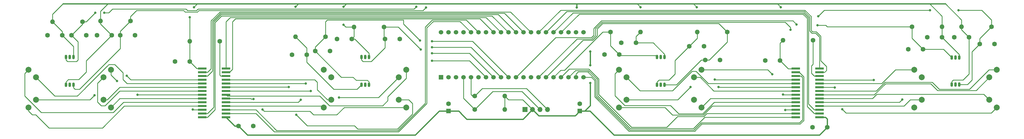
<source format=gbr>
%TF.GenerationSoftware,KiCad,Pcbnew,(5.1.9)-1*%
%TF.CreationDate,2021-03-23T10:31:45+01:00*%
%TF.ProjectId,pcb rev1,70636220-7265-4763-912e-6b696361645f,rev?*%
%TF.SameCoordinates,Original*%
%TF.FileFunction,Copper,L1,Top*%
%TF.FilePolarity,Positive*%
%FSLAX46Y46*%
G04 Gerber Fmt 4.6, Leading zero omitted, Abs format (unit mm)*
G04 Created by KiCad (PCBNEW (5.1.9)-1) date 2021-03-23 10:31:45*
%MOMM*%
%LPD*%
G01*
G04 APERTURE LIST*
%TA.AperFunction,ComponentPad*%
%ADD10C,2.000000*%
%TD*%
%TA.AperFunction,SMDPad,CuDef*%
%ADD11R,3.000000X0.700000*%
%TD*%
%TA.AperFunction,ComponentPad*%
%ADD12C,1.524000*%
%TD*%
%TA.AperFunction,ComponentPad*%
%ADD13R,1.524000X1.524000*%
%TD*%
%TA.AperFunction,ComponentPad*%
%ADD14C,1.600000*%
%TD*%
%TA.AperFunction,ComponentPad*%
%ADD15R,1.600000X1.600000*%
%TD*%
%TA.AperFunction,ComponentPad*%
%ADD16O,0.899160X1.501140*%
%TD*%
%TA.AperFunction,ComponentPad*%
%ADD17O,1.700000X1.700000*%
%TD*%
%TA.AperFunction,ComponentPad*%
%ADD18R,1.700000X1.700000*%
%TD*%
%TA.AperFunction,ComponentPad*%
%ADD19O,1.600000X1.600000*%
%TD*%
%TA.AperFunction,ViaPad*%
%ADD20C,0.800000*%
%TD*%
%TA.AperFunction,Conductor*%
%ADD21C,0.250000*%
%TD*%
%TA.AperFunction,Conductor*%
%ADD22C,0.400000*%
%TD*%
G04 APERTURE END LIST*
D10*
%TO.P,X2.1,1b*%
%TO.N,Net-(U2-Pad8)*%
X281280000Y-128260000D03*
%TO.P,X2.1,2b*%
%TO.N,Net-(U2-Pad9)*%
X281280000Y-140980000D03*
%TO.P,X2.1,3b*%
%TO.N,Net-(U2-Pad11)*%
X253340000Y-140980000D03*
%TO.P,X2.1,4b*%
%TO.N,Net-(U2-Pad10)*%
X253340000Y-128260000D03*
%TO.P,X2.1,2a*%
%TO.N,Net-(U2-Pad6)*%
X278740000Y-138430000D03*
%TO.P,X2.1,1a*%
%TO.N,Net-(U2-Pad7)*%
X278740000Y-130810000D03*
%TO.P,X2.1,3a*%
%TO.N,Net-(U2-Pad4)*%
X255880000Y-138430000D03*
%TO.P,X2.1,4a*%
%TO.N,Net-(U2-Pad5)*%
X255880000Y-130810000D03*
%TD*%
D11*
%TO.P,U1,14*%
%TO.N,Net-(A1-Pad31)*%
X112205000Y-144335000D03*
%TO.P,U1,15*%
%TO.N,/5V*%
X120205000Y-144335000D03*
%TO.P,U1,13*%
%TO.N,Net-(A1-Pad30)*%
X112205000Y-143065000D03*
%TO.P,U1,16*%
%TO.N,Net-(A1-Pad36)*%
X120205000Y-143065000D03*
%TO.P,U1,12*%
%TO.N,/GND*%
X112205000Y-141795000D03*
%TO.P,U1,17*%
%TO.N,Net-(A1-Pad35)*%
X120205000Y-141795000D03*
%TO.P,U1,11*%
%TO.N,Net-(U1-Pad11)*%
X112205000Y-140525000D03*
%TO.P,U1,18*%
%TO.N,Net-(U1-Pad18)*%
X120205000Y-140525000D03*
%TO.P,U1,10*%
%TO.N,Net-(U1-Pad10)*%
X112205000Y-139255000D03*
%TO.P,U1,19*%
%TO.N,Net-(U1-Pad19)*%
X120205000Y-139255000D03*
%TO.P,U1,9*%
%TO.N,Net-(U1-Pad9)*%
X112205000Y-137985000D03*
%TO.P,U1,20*%
%TO.N,Net-(U1-Pad20)*%
X120205000Y-137985000D03*
%TO.P,U1,8*%
%TO.N,Net-(U1-Pad8)*%
X112205000Y-136715000D03*
%TO.P,U1,21*%
%TO.N,Net-(U1-Pad21)*%
X120205000Y-136715000D03*
%TO.P,U1,7*%
%TO.N,Net-(U1-Pad7)*%
X112205000Y-135445000D03*
%TO.P,U1,22*%
%TO.N,Net-(U1-Pad22)*%
X120205000Y-135445000D03*
%TO.P,U1,6*%
%TO.N,Net-(U1-Pad6)*%
X112205000Y-134175000D03*
%TO.P,U1,23*%
%TO.N,Net-(U1-Pad23)*%
X120205000Y-134175000D03*
%TO.P,U1,5*%
%TO.N,Net-(U1-Pad5)*%
X112205000Y-132905000D03*
%TO.P,U1,24*%
%TO.N,Net-(U1-Pad24)*%
X120205000Y-132905000D03*
%TO.P,U1,4*%
%TO.N,Net-(U1-Pad4)*%
X112205000Y-131635000D03*
%TO.P,U1,25*%
%TO.N,Net-(U1-Pad25)*%
X120205000Y-131635000D03*
%TO.P,U1,3*%
%TO.N,Net-(A1-Pad29)*%
X112205000Y-130365000D03*
%TO.P,U1,26*%
%TO.N,Net-(R1.1-Pad1)*%
X120205000Y-130365000D03*
%TO.P,U1,2*%
%TO.N,Net-(A1-Pad28)*%
X112205000Y-129095000D03*
%TO.P,U1,27*%
%TO.N,Net-(A1-Pad33)*%
X120205000Y-129095000D03*
%TO.P,U1,1*%
%TO.N,/5V*%
X112205000Y-127825000D03*
%TO.P,U1,28*%
%TO.N,Net-(A1-Pad32)*%
X120205000Y-127825000D03*
%TD*%
D12*
%TO.P,A1,40*%
%TO.N,Net-(A1-Pad40)*%
X193040000Y-115570000D03*
%TO.P,A1,39*%
%TO.N,Net-(A1-Pad39)*%
X195580000Y-115570000D03*
%TO.P,A1,38*%
%TO.N,Net-(A1-Pad38)*%
X198120000Y-115570000D03*
%TO.P,A1,37*%
%TO.N,Net-(A1-Pad37)*%
X200660000Y-115570000D03*
%TO.P,A1,36*%
%TO.N,Net-(A1-Pad36)*%
X203200000Y-115570000D03*
%TO.P,A1,35*%
%TO.N,Net-(A1-Pad35)*%
X205740000Y-115570000D03*
%TO.P,A1,34*%
%TO.N,Net-(A1-Pad34)*%
X208280000Y-115570000D03*
%TO.P,A1,33*%
%TO.N,Net-(A1-Pad33)*%
X210820000Y-115570000D03*
%TO.P,A1,32*%
%TO.N,Net-(A1-Pad32)*%
X213360000Y-115570000D03*
%TO.P,A1,31*%
%TO.N,Net-(A1-Pad31)*%
X215900000Y-115570000D03*
%TO.P,A1,30*%
%TO.N,Net-(A1-Pad30)*%
X218440000Y-115570000D03*
%TO.P,A1,29*%
%TO.N,Net-(A1-Pad29)*%
X220980000Y-115570000D03*
%TO.P,A1,28*%
%TO.N,Net-(A1-Pad28)*%
X223520000Y-115570000D03*
%TO.P,A1,27*%
%TO.N,Net-(A1-Pad27)*%
X226060000Y-115570000D03*
%TO.P,A1,26*%
%TO.N,Net-(A1-Pad26)*%
X228600000Y-115570000D03*
%TO.P,A1,25*%
%TO.N,Net-(A1-Pad25)*%
X231140000Y-115570000D03*
%TO.P,A1,24*%
%TO.N,Net-(A1-Pad24)*%
X233680000Y-115570000D03*
%TO.P,A1,23*%
%TO.N,Net-(A1-Pad23)*%
X236220000Y-115570000D03*
%TO.P,A1,22*%
%TO.N,Net-(A1-Pad22)*%
X238760000Y-115570000D03*
%TO.P,A1,21*%
%TO.N,/5V*%
X241300000Y-115570000D03*
%TO.P,A1,20*%
%TO.N,Net-(A1-Pad20)*%
X241300000Y-130810000D03*
%TO.P,A1,19*%
%TO.N,Net-(A1-Pad19)*%
X238760000Y-130810000D03*
%TO.P,A1,18*%
%TO.N,Net-(A1-Pad18)*%
X236220000Y-130810000D03*
%TO.P,A1,17*%
%TO.N,Net-(A1-Pad17)*%
X233680000Y-130810000D03*
%TO.P,A1,16*%
%TO.N,Net-(A1-Pad16)*%
X231140000Y-130810000D03*
%TO.P,A1,15*%
%TO.N,Net-(A1-Pad15)*%
X228600000Y-130810000D03*
%TO.P,A1,14*%
%TO.N,Net-(A1-Pad14)*%
X226060000Y-130810000D03*
%TO.P,A1,13*%
%TO.N,Net-(A1-Pad13)*%
X223520000Y-130810000D03*
%TO.P,A1,12*%
%TO.N,Net-(A1-Pad12)*%
X220980000Y-130810000D03*
%TO.P,A1,11*%
%TO.N,Net-(A1-Pad11)*%
X218440000Y-130810000D03*
%TO.P,A1,10*%
%TO.N,Net-(A1-Pad10)*%
X215900000Y-130810000D03*
%TO.P,A1,9*%
%TO.N,Net-(A1-Pad9)*%
X213360000Y-130810000D03*
%TO.P,A1,8*%
%TO.N,Net-(A1-Pad8)*%
X210820000Y-130810000D03*
%TO.P,A1,7*%
%TO.N,Net-(A1-Pad7)*%
X208280000Y-130810000D03*
%TO.P,A1,6*%
%TO.N,Net-(A1-Pad6)*%
X205740000Y-130810000D03*
%TO.P,A1,5*%
%TO.N,Net-(A1-Pad5)*%
X203200000Y-130810000D03*
%TO.P,A1,4*%
%TO.N,Net-(A1-Pad4)*%
X200660000Y-130810000D03*
%TO.P,A1,3*%
%TO.N,Net-(A1-Pad3)*%
X198120000Y-130810000D03*
%TO.P,A1,2*%
%TO.N,/GND*%
X195580000Y-130810000D03*
D13*
%TO.P,A1,1*%
%TO.N,Net-(A1-Pad1)*%
X193040000Y-130810000D03*
%TD*%
D14*
%TO.P,C1.8,2*%
%TO.N,/GND*%
X142574000Y-123190000D03*
%TO.P,C1.8,1*%
%TO.N,/5V*%
X147574000Y-123190000D03*
%TD*%
%TO.P,C1.2,2*%
%TO.N,/GND*%
X129460000Y-147320000D03*
%TO.P,C1.2,1*%
%TO.N,/5V*%
X124460000Y-147320000D03*
%TD*%
%TO.P,C1.7,2*%
%TO.N,Net-(A1-Pad9)*%
X67898000Y-116586000D03*
%TO.P,C1.7,1*%
%TO.N,/GND*%
X72898000Y-116586000D03*
%TD*%
%TO.P,C1.9,2*%
%TO.N,Net-(A1-Pad8)*%
X150448000Y-121920000D03*
%TO.P,C1.9,1*%
%TO.N,/GND*%
X155448000Y-121920000D03*
%TD*%
%TO.P,C1.1,2*%
%TO.N,/GND*%
X195580000Y-139740000D03*
D15*
%TO.P,C1.1,1*%
%TO.N,/5V*%
X195580000Y-142240000D03*
%TD*%
D14*
%TO.P,C1.10,2*%
%TO.N,/GND*%
X157814000Y-117856000D03*
%TO.P,C1.10,1*%
%TO.N,/5V*%
X162814000Y-117856000D03*
%TD*%
%TO.P,C1.11,2*%
%TO.N,Net-(A1-Pad7)*%
X174070000Y-117856000D03*
%TO.P,C1.11,1*%
%TO.N,/GND*%
X179070000Y-117856000D03*
%TD*%
%TO.P,C1.4,2*%
%TO.N,/GND*%
X76534000Y-116586000D03*
%TO.P,C1.4,1*%
%TO.N,/5V*%
X81534000Y-116586000D03*
%TD*%
%TO.P,C1.5,2*%
%TO.N,Net-(A1-Pad10)*%
X84408000Y-116586000D03*
%TO.P,C1.5,1*%
%TO.N,/GND*%
X89408000Y-116586000D03*
%TD*%
%TO.P,C1.6,2*%
%TO.N,/GND*%
X59770000Y-116586000D03*
%TO.P,C1.6,1*%
%TO.N,/5V*%
X64770000Y-116586000D03*
%TD*%
%TO.P,C1.3,2*%
%TO.N,/GND*%
X102950000Y-125476000D03*
%TO.P,C1.3,1*%
%TO.N,/5V*%
X107950000Y-125476000D03*
%TD*%
%TO.P,C2.1,2*%
%TO.N,/GND*%
X240030000Y-139740000D03*
D15*
%TO.P,C2.1,1*%
%TO.N,/5V*%
X240030000Y-142240000D03*
%TD*%
D14*
%TO.P,C2.9,2*%
%TO.N,Net-(A1-Pad11)*%
X375492000Y-119507000D03*
%TO.P,C2.9,1*%
%TO.N,/GND*%
X380492000Y-119507000D03*
%TD*%
%TO.P,C2.7,2*%
%TO.N,Net-(A1-Pad16)*%
X253412000Y-123063000D03*
%TO.P,C2.7,1*%
%TO.N,/GND*%
X248412000Y-123063000D03*
%TD*%
%TO.P,C2.6,2*%
%TO.N,/GND*%
X254080000Y-119126000D03*
%TO.P,C2.6,1*%
%TO.N,/5V*%
X259080000Y-119126000D03*
%TD*%
%TO.P,C2.10,2*%
%TO.N,/GND*%
X357712000Y-117221000D03*
%TO.P,C2.10,1*%
%TO.N,/5V*%
X362712000Y-117221000D03*
%TD*%
%TO.P,C2.11,2*%
%TO.N,Net-(A1-Pad14)*%
X356282000Y-121285000D03*
%TO.P,C2.11,1*%
%TO.N,/GND*%
X351282000Y-121285000D03*
%TD*%
%TO.P,C2.4,2*%
%TO.N,/GND*%
X282114000Y-120269000D03*
%TO.P,C2.4,1*%
%TO.N,/5V*%
X277114000Y-120269000D03*
%TD*%
%TO.P,C2.3,2*%
%TO.N,/GND*%
X302848000Y-125095000D03*
%TO.P,C2.3,1*%
%TO.N,/5V*%
X307848000Y-125095000D03*
%TD*%
%TO.P,C2.2,2*%
%TO.N,/GND*%
X318850000Y-147701000D03*
%TO.P,C2.2,1*%
%TO.N,/5V*%
X323850000Y-147701000D03*
%TD*%
%TO.P,C2.8,2*%
%TO.N,/GND*%
X366856000Y-117221000D03*
%TO.P,C2.8,1*%
%TO.N,/5V*%
X371856000Y-117221000D03*
%TD*%
%TO.P,C12.5,2*%
%TO.N,Net-(A1-Pad15)*%
X282528000Y-124968000D03*
%TO.P,C12.5,1*%
%TO.N,/GND*%
X287528000Y-124968000D03*
%TD*%
D16*
%TO.P,H1.1L1,1*%
%TO.N,/5V*%
X68580000Y-123952000D03*
%TO.P,H1.1L1,3*%
%TO.N,Net-(A1-Pad9)*%
X66040000Y-123952000D03*
%TO.P,H1.1L1,2*%
%TO.N,/GND*%
X67310000Y-123952000D03*
%TD*%
%TO.P,H1.1U1,1*%
%TO.N,/5V*%
X66040000Y-133350000D03*
%TO.P,H1.1U1,3*%
%TO.N,Net-(A1-Pad10)*%
X68580000Y-133350000D03*
%TO.P,H1.1U1,2*%
%TO.N,/GND*%
X67310000Y-133350000D03*
%TD*%
%TO.P,H1.2L1,1*%
%TO.N,/5V*%
X168656000Y-123952000D03*
%TO.P,H1.2L1,3*%
%TO.N,Net-(A1-Pad7)*%
X166116000Y-123952000D03*
%TO.P,H1.2L1,2*%
%TO.N,/GND*%
X167386000Y-123952000D03*
%TD*%
%TO.P,H1.2U1,1*%
%TO.N,/5V*%
X166116000Y-133350000D03*
%TO.P,H1.2U1,3*%
%TO.N,Net-(A1-Pad8)*%
X168656000Y-133350000D03*
%TO.P,H1.2U1,2*%
%TO.N,/GND*%
X167386000Y-133350000D03*
%TD*%
%TO.P,H2.2U2,1*%
%TO.N,/5V*%
X366014000Y-133223000D03*
%TO.P,H2.2U2,3*%
%TO.N,Net-(A1-Pad11)*%
X368554000Y-133223000D03*
%TO.P,H2.2U2,2*%
%TO.N,/GND*%
X367284000Y-133223000D03*
%TD*%
%TO.P,H2.1L1,1*%
%TO.N,/5V*%
X268732000Y-123952000D03*
%TO.P,H2.1L1,3*%
%TO.N,Net-(A1-Pad16)*%
X266192000Y-123952000D03*
%TO.P,H2.1L1,2*%
%TO.N,/GND*%
X267462000Y-123952000D03*
%TD*%
%TO.P,H2.1U1,1*%
%TO.N,/5V*%
X266192000Y-133350000D03*
%TO.P,H2.1U1,3*%
%TO.N,Net-(A1-Pad15)*%
X268732000Y-133350000D03*
%TO.P,H2.1U1,2*%
%TO.N,/GND*%
X267462000Y-133350000D03*
%TD*%
%TO.P,H2.2L1,1*%
%TO.N,/5V*%
X368554000Y-124079000D03*
%TO.P,H2.2L1,3*%
%TO.N,Net-(A1-Pad14)*%
X366014000Y-124079000D03*
%TO.P,H2.2L1,2*%
%TO.N,/GND*%
X367284000Y-124079000D03*
%TD*%
D17*
%TO.P,J1,4*%
%TO.N,Net-(A1-Pad5)*%
X229108000Y-141732000D03*
%TO.P,J1,3*%
%TO.N,Net-(A1-Pad4)*%
X226568000Y-141732000D03*
%TO.P,J1,2*%
%TO.N,/5V*%
X224028000Y-141732000D03*
D18*
%TO.P,J1,1*%
%TO.N,/GND*%
X221488000Y-141732000D03*
%TD*%
D19*
%TO.P,R1.3,2*%
%TO.N,/5V*%
X61468000Y-112014000D03*
D14*
%TO.P,R1.3,1*%
%TO.N,Net-(A1-Pad9)*%
X71628000Y-112014000D03*
%TD*%
D19*
%TO.P,R1.1,2*%
%TO.N,/5V*%
X107950000Y-118618000D03*
D14*
%TO.P,R1.1,1*%
%TO.N,Net-(R1.1-Pad1)*%
X118110000Y-118618000D03*
%TD*%
D19*
%TO.P,R1,2*%
%TO.N,/5V*%
X214630000Y-141732000D03*
D14*
%TO.P,R1,1*%
%TO.N,Net-(A1-Pad4)*%
X204470000Y-141732000D03*
%TD*%
D19*
%TO.P,R1.2,2*%
%TO.N,/5V*%
X77724000Y-111760000D03*
D14*
%TO.P,R1.2,1*%
%TO.N,Net-(A1-Pad10)*%
X87884000Y-111760000D03*
%TD*%
D19*
%TO.P,R1.4,2*%
%TO.N,/5V*%
X143764000Y-117094000D03*
D14*
%TO.P,R1.4,1*%
%TO.N,Net-(A1-Pad8)*%
X153924000Y-117094000D03*
%TD*%
D19*
%TO.P,R1.5,2*%
%TO.N,/5V*%
X163576000Y-113792000D03*
D14*
%TO.P,R1.5,1*%
%TO.N,Net-(A1-Pad7)*%
X173736000Y-113792000D03*
%TD*%
D19*
%TO.P,R2.1,2*%
%TO.N,/5V*%
X308864000Y-118237000D03*
D14*
%TO.P,R2.1,1*%
%TO.N,Net-(R2.1-Pad1)*%
X319024000Y-118237000D03*
%TD*%
D19*
%TO.P,R2,2*%
%TO.N,/5V*%
X214630000Y-137160000D03*
D14*
%TO.P,R2,1*%
%TO.N,Net-(A1-Pad5)*%
X204470000Y-137160000D03*
%TD*%
D19*
%TO.P,R2.5,2*%
%TO.N,/5V*%
X362712000Y-113665000D03*
D14*
%TO.P,R2.5,1*%
%TO.N,Net-(A1-Pad14)*%
X352552000Y-113665000D03*
%TD*%
D19*
%TO.P,R2.2,2*%
%TO.N,/5V*%
X279781000Y-115443000D03*
D14*
%TO.P,R2.2,1*%
%TO.N,Net-(A1-Pad15)*%
X289941000Y-115443000D03*
%TD*%
D19*
%TO.P,R2.4,2*%
%TO.N,/5V*%
X369316000Y-113665000D03*
D14*
%TO.P,R2.4,1*%
%TO.N,Net-(A1-Pad11)*%
X379476000Y-113665000D03*
%TD*%
D19*
%TO.P,R2.3,2*%
%TO.N,/5V*%
X260604000Y-115443000D03*
D14*
%TO.P,R2.3,1*%
%TO.N,Net-(A1-Pad16)*%
X250444000Y-115443000D03*
%TD*%
D11*
%TO.P,U2,14*%
%TO.N,Net-(A1-Pad18)*%
X313205000Y-144335000D03*
%TO.P,U2,15*%
%TO.N,/5V*%
X321205000Y-144335000D03*
%TO.P,U2,13*%
%TO.N,Net-(A1-Pad17)*%
X313205000Y-143065000D03*
%TO.P,U2,16*%
%TO.N,Net-(A1-Pad24)*%
X321205000Y-143065000D03*
%TO.P,U2,12*%
%TO.N,/GND*%
X313205000Y-141795000D03*
%TO.P,U2,17*%
%TO.N,Net-(A1-Pad25)*%
X321205000Y-141795000D03*
%TO.P,U2,11*%
%TO.N,Net-(U2-Pad11)*%
X313205000Y-140525000D03*
%TO.P,U2,18*%
%TO.N,Net-(U2-Pad18)*%
X321205000Y-140525000D03*
%TO.P,U2,10*%
%TO.N,Net-(U2-Pad10)*%
X313205000Y-139255000D03*
%TO.P,U2,19*%
%TO.N,Net-(U2-Pad19)*%
X321205000Y-139255000D03*
%TO.P,U2,9*%
%TO.N,Net-(U2-Pad9)*%
X313205000Y-137985000D03*
%TO.P,U2,20*%
%TO.N,Net-(U2-Pad20)*%
X321205000Y-137985000D03*
%TO.P,U2,8*%
%TO.N,Net-(U2-Pad8)*%
X313205000Y-136715000D03*
%TO.P,U2,21*%
%TO.N,Net-(U2-Pad21)*%
X321205000Y-136715000D03*
%TO.P,U2,7*%
%TO.N,Net-(U2-Pad7)*%
X313205000Y-135445000D03*
%TO.P,U2,22*%
%TO.N,Net-(U2-Pad22)*%
X321205000Y-135445000D03*
%TO.P,U2,6*%
%TO.N,Net-(U2-Pad6)*%
X313205000Y-134175000D03*
%TO.P,U2,23*%
%TO.N,Net-(U2-Pad23)*%
X321205000Y-134175000D03*
%TO.P,U2,5*%
%TO.N,Net-(U2-Pad5)*%
X313205000Y-132905000D03*
%TO.P,U2,24*%
%TO.N,Net-(U2-Pad24)*%
X321205000Y-132905000D03*
%TO.P,U2,4*%
%TO.N,Net-(U2-Pad4)*%
X313205000Y-131635000D03*
%TO.P,U2,25*%
%TO.N,Net-(U2-Pad25)*%
X321205000Y-131635000D03*
%TO.P,U2,3*%
%TO.N,Net-(A1-Pad19)*%
X313205000Y-130365000D03*
%TO.P,U2,26*%
%TO.N,Net-(R2.1-Pad1)*%
X321205000Y-130365000D03*
%TO.P,U2,2*%
%TO.N,Net-(A1-Pad20)*%
X313205000Y-129095000D03*
%TO.P,U2,27*%
%TO.N,Net-(A1-Pad27)*%
X321205000Y-129095000D03*
%TO.P,U2,1*%
%TO.N,/5V*%
X313205000Y-127825000D03*
%TO.P,U2,28*%
%TO.N,Net-(A1-Pad26)*%
X321205000Y-127825000D03*
%TD*%
D10*
%TO.P,X1.1,1b*%
%TO.N,Net-(U1-Pad8)*%
X81280000Y-128260000D03*
%TO.P,X1.1,2b*%
%TO.N,Net-(U1-Pad9)*%
X81280000Y-140980000D03*
%TO.P,X1.1,3b*%
%TO.N,Net-(U1-Pad11)*%
X53340000Y-140980000D03*
%TO.P,X1.1,4b*%
%TO.N,Net-(U1-Pad10)*%
X53340000Y-128260000D03*
%TO.P,X1.1,2a*%
%TO.N,Net-(U1-Pad6)*%
X78740000Y-138430000D03*
%TO.P,X1.1,1a*%
%TO.N,Net-(U1-Pad7)*%
X78740000Y-130810000D03*
%TO.P,X1.1,3a*%
%TO.N,Net-(U1-Pad4)*%
X55880000Y-138430000D03*
%TO.P,X1.1,4a*%
%TO.N,Net-(U1-Pad5)*%
X55880000Y-130810000D03*
%TD*%
%TO.P,X1.2,1b*%
%TO.N,Net-(U1-Pad21)*%
X181280000Y-128260000D03*
%TO.P,X1.2,2b*%
%TO.N,Net-(U1-Pad20)*%
X181280000Y-140980000D03*
%TO.P,X1.2,3b*%
%TO.N,Net-(U1-Pad18)*%
X153340000Y-140980000D03*
%TO.P,X1.2,4b*%
%TO.N,Net-(U1-Pad19)*%
X153340000Y-128260000D03*
%TO.P,X1.2,2a*%
%TO.N,Net-(U1-Pad23)*%
X178740000Y-138430000D03*
%TO.P,X1.2,1a*%
%TO.N,Net-(U1-Pad22)*%
X178740000Y-130810000D03*
%TO.P,X1.2,3a*%
%TO.N,Net-(U1-Pad25)*%
X155880000Y-138430000D03*
%TO.P,X1.2,4a*%
%TO.N,Net-(U1-Pad24)*%
X155880000Y-130810000D03*
%TD*%
%TO.P,X2.2,1b*%
%TO.N,Net-(U2-Pad22)*%
X381280000Y-128260000D03*
%TO.P,X2.2,2b*%
%TO.N,Net-(U2-Pad23)*%
X381280000Y-140980000D03*
%TO.P,X2.2,3b*%
%TO.N,Net-(U2-Pad25)*%
X353340000Y-140980000D03*
%TO.P,X2.2,4b*%
%TO.N,Net-(U2-Pad24)*%
X353340000Y-128260000D03*
%TO.P,X2.2,2a*%
%TO.N,Net-(U2-Pad20)*%
X378740000Y-138430000D03*
%TO.P,X2.2,1a*%
%TO.N,Net-(U2-Pad21)*%
X378740000Y-130810000D03*
%TO.P,X2.2,3a*%
%TO.N,Net-(U2-Pad18)*%
X355880000Y-138430000D03*
%TO.P,X2.2,4a*%
%TO.N,Net-(U2-Pad19)*%
X355880000Y-130810000D03*
%TD*%
D20*
%TO.N,Net-(A1-Pad7)*%
X186182000Y-121412000D03*
X189992000Y-125222000D03*
%TO.N,Net-(A1-Pad8)*%
X185928000Y-118364000D03*
X189992000Y-122682000D03*
%TO.N,Net-(A1-Pad9)*%
X184658000Y-106934000D03*
X75946000Y-108966000D03*
X78994000Y-108966000D03*
X189992000Y-120650000D03*
%TO.N,Net-(A1-Pad10)*%
X187960000Y-107188000D03*
X189992000Y-118618000D03*
%TO.N,Net-(A1-Pad11)*%
X368300000Y-108077000D03*
X358648000Y-108077000D03*
X320802000Y-110109000D03*
X313436000Y-112903000D03*
%TO.N,Net-(A1-Pad14)*%
X320548000Y-113157000D03*
X311404000Y-114681000D03*
%TO.N,Net-(U1-Pad19)*%
X145542000Y-138430000D03*
%TO.N,Net-(U1-Pad20)*%
X129540000Y-138176000D03*
X132588000Y-141732000D03*
%TO.N,Net-(U1-Pad8)*%
X83312000Y-132080000D03*
X90233000Y-136715000D03*
%TO.N,Net-(U1-Pad22)*%
X158496000Y-137668000D03*
X148907000Y-135445000D03*
%TO.N,Net-(U1-Pad23)*%
X141478000Y-134112000D03*
X144018000Y-143510000D03*
%TO.N,Net-(U1-Pad24)*%
X147257000Y-132905000D03*
%TO.N,Net-(U1-Pad4)*%
X86614000Y-130302000D03*
X75692000Y-136906000D03*
%TO.N,Net-(U2-Pad25)*%
X339598000Y-131699000D03*
%TO.N,Net-(U2-Pad4)*%
X285750000Y-131572000D03*
X277495000Y-134112000D03*
%TO.N,Net-(U2-Pad23)*%
X326390000Y-134239000D03*
X328930000Y-141605000D03*
%TO.N,Net-(U2-Pad6)*%
X287020000Y-134112000D03*
%TO.N,Net-(U2-Pad8)*%
X308864000Y-136652000D03*
X305181000Y-129794000D03*
%TO.N,Net-(U2-Pad19)*%
X349250000Y-138303000D03*
%TO.N,/GND*%
X108966000Y-141732000D03*
X309626000Y-141859000D03*
%TO.N,/5V*%
X107950000Y-110490000D03*
X109347000Y-107061000D03*
X160020000Y-113030000D03*
X143764000Y-106934000D03*
X160020000Y-106934000D03*
X239014000Y-107188000D03*
X243586000Y-132715000D03*
X260604000Y-107061000D03*
X279654000Y-107061000D03*
X308102000Y-107061000D03*
X243586000Y-126746000D03*
X243586000Y-122047000D03*
%TD*%
D21*
%TO.N,Net-(A1-Pad4)*%
X226568000Y-141732000D02*
X220472000Y-135636000D01*
X210566000Y-135636000D02*
X204470000Y-141732000D01*
X220472000Y-135636000D02*
X210566000Y-135636000D01*
X200660000Y-137922000D02*
X200660000Y-130810000D01*
X204470000Y-141732000D02*
X200660000Y-137922000D01*
%TO.N,Net-(A1-Pad5)*%
X229108000Y-141732000D02*
X221996000Y-134620000D01*
X207010000Y-134620000D02*
X204470000Y-137160000D01*
X221996000Y-134620000D02*
X207010000Y-134620000D01*
X204470000Y-137160000D02*
X203708000Y-137160000D01*
X203200000Y-136652000D02*
X203200000Y-130810000D01*
X203708000Y-137160000D02*
X203200000Y-136652000D01*
%TO.N,Net-(A1-Pad7)*%
X173736000Y-117522000D02*
X174070000Y-117856000D01*
X173736000Y-113792000D02*
X173736000Y-117522000D01*
X173736000Y-113792000D02*
X178562000Y-113792000D01*
X178562000Y-113792000D02*
X186182000Y-121412000D01*
X202692000Y-125222000D02*
X208280000Y-130810000D01*
X189992000Y-125222000D02*
X202692000Y-125222000D01*
X174070000Y-120824000D02*
X174070000Y-117856000D01*
X169425715Y-125468285D02*
X174070000Y-120824000D01*
X166631715Y-125468285D02*
X169425715Y-125468285D01*
X166116000Y-124952570D02*
X166631715Y-125468285D01*
X166116000Y-123952000D02*
X166116000Y-124952570D01*
%TO.N,Net-(A1-Pad8)*%
X153924000Y-117094000D02*
X153924000Y-113030000D01*
X153924000Y-113030000D02*
X153924000Y-112268000D01*
X154525940Y-111412060D02*
X154586420Y-111412060D01*
X153924000Y-112014000D02*
X154525940Y-111412060D01*
X153924000Y-112268000D02*
X153924000Y-112014000D01*
X154586420Y-111412060D02*
X180340000Y-111412060D01*
X150448000Y-120570000D02*
X153924000Y-117094000D01*
X150448000Y-121920000D02*
X150448000Y-120570000D01*
X180340000Y-111412060D02*
X180340000Y-112776000D01*
X180340000Y-112776000D02*
X185928000Y-118364000D01*
X185928000Y-118364000D02*
X185928000Y-118364000D01*
X202692000Y-122682000D02*
X210820000Y-130810000D01*
X189992000Y-122682000D02*
X202692000Y-122682000D01*
X163253501Y-130741501D02*
X164338000Y-131826000D01*
X168656000Y-132349430D02*
X168656000Y-133350000D01*
X168132570Y-131826000D02*
X168656000Y-132349430D01*
X164338000Y-131826000D02*
X168132570Y-131826000D01*
X150448000Y-121920000D02*
X159269501Y-130741501D01*
X159443501Y-130741501D02*
X163253501Y-130741501D01*
X159269501Y-130741501D02*
X159443501Y-130741501D01*
%TO.N,Net-(A1-Pad9)*%
X71628000Y-112856000D02*
X71628000Y-112014000D01*
X67898000Y-116586000D02*
X71628000Y-112856000D01*
X72898000Y-112014000D02*
X75946000Y-108966000D01*
X71628000Y-112014000D02*
X72898000Y-112014000D01*
X110744000Y-107696000D02*
X183896000Y-107696000D01*
X183896000Y-107696000D02*
X184658000Y-106934000D01*
X110236000Y-108204000D02*
X110744000Y-107696000D01*
X106680000Y-107696000D02*
X107188000Y-108204000D01*
X81788000Y-107696000D02*
X106680000Y-107696000D01*
X80518000Y-108966000D02*
X81788000Y-107696000D01*
X107188000Y-108204000D02*
X110236000Y-108204000D01*
X78994000Y-108966000D02*
X80518000Y-108966000D01*
X203200000Y-120650000D02*
X213360000Y-130810000D01*
X189992000Y-120650000D02*
X203200000Y-120650000D01*
X67898000Y-116586000D02*
X70104000Y-118792000D01*
X70104000Y-118792000D02*
X70104000Y-124968000D01*
X70104000Y-124968000D02*
X69596000Y-125476000D01*
X69596000Y-125476000D02*
X66548000Y-125476000D01*
X66548000Y-125476000D02*
X66040000Y-124968000D01*
X66040000Y-124968000D02*
X66040000Y-123952000D01*
%TO.N,Net-(A1-Pad10)*%
X84408000Y-115236000D02*
X87884000Y-111760000D01*
X84408000Y-116586000D02*
X84408000Y-115236000D01*
X87884000Y-111760000D02*
X87884000Y-110236000D01*
X87884000Y-110236000D02*
X89916000Y-108204000D01*
X89916000Y-108204000D02*
X105918000Y-108204000D01*
X106368010Y-108654010D02*
X110547990Y-108654010D01*
X105918000Y-108204000D02*
X106368010Y-108654010D01*
X110547990Y-108654010D02*
X110998000Y-108204000D01*
X110998000Y-108204000D02*
X181610000Y-108204000D01*
X181610000Y-108204000D02*
X186944000Y-108204000D01*
X186944000Y-108204000D02*
X187960000Y-107188000D01*
X187960000Y-107188000D02*
X187960000Y-107188000D01*
X203708000Y-118618000D02*
X215900000Y-130810000D01*
X189992000Y-118618000D02*
X203708000Y-118618000D01*
X68580000Y-134366000D02*
X68580000Y-133350000D01*
X69088000Y-134874000D02*
X68580000Y-134366000D01*
X84408000Y-121078000D02*
X70612000Y-134874000D01*
X70612000Y-134874000D02*
X69088000Y-134874000D01*
X84408000Y-116586000D02*
X84408000Y-121078000D01*
%TO.N,Net-(A1-Pad15)*%
X282528000Y-124968000D02*
X281178000Y-124968000D01*
X272796000Y-133350000D02*
X268732000Y-133350000D01*
X281178000Y-124968000D02*
X272796000Y-133350000D01*
X282528000Y-124968000D02*
X283845000Y-124968000D01*
X289941000Y-118872000D02*
X289941000Y-115443000D01*
X283845000Y-124968000D02*
X289941000Y-118872000D01*
X289941000Y-115443000D02*
X287089010Y-112591010D01*
X287089010Y-112591010D02*
X247710810Y-112591010D01*
X247710810Y-112591010D02*
X245936910Y-114364910D01*
%TO.N,Net-(A1-Pad16)*%
X265684000Y-123444000D02*
X266192000Y-123952000D01*
X253793000Y-123444000D02*
X253412000Y-123063000D01*
X265684000Y-123444000D02*
X253793000Y-123444000D01*
X253412000Y-123063000D02*
X250444000Y-120095000D01*
X250444000Y-120095000D02*
X250444000Y-115443000D01*
%TO.N,Net-(A1-Pad11)*%
X375492000Y-117649000D02*
X379476000Y-113665000D01*
X375492000Y-119507000D02*
X375492000Y-117649000D01*
X375492000Y-119507000D02*
X372872000Y-122127000D01*
X372872000Y-122127000D02*
X372872000Y-131699000D01*
X371348000Y-133223000D02*
X368554000Y-133223000D01*
X372872000Y-131699000D02*
X371348000Y-133223000D01*
X379476000Y-113665000D02*
X379476000Y-111379000D01*
X379476000Y-111379000D02*
X376174000Y-108077000D01*
X376174000Y-108077000D02*
X368300000Y-108077000D01*
X358648000Y-108077000D02*
X353060000Y-108077000D01*
X353060000Y-108077000D02*
X322834000Y-108077000D01*
X322834000Y-108077000D02*
X320802000Y-110109000D01*
X231902000Y-117348000D02*
X218440000Y-130810000D01*
X247351920Y-111677080D02*
X244729000Y-114300000D01*
X312210080Y-111677080D02*
X247351920Y-111677080D01*
X313436000Y-112903000D02*
X312210080Y-111677080D01*
X243967000Y-117348000D02*
X244729000Y-116586000D01*
X244729000Y-114300000D02*
X244729000Y-116586000D01*
X243967000Y-117348000D02*
X231902000Y-117348000D01*
%TO.N,Net-(A1-Pad14)*%
X356282000Y-121285000D02*
X352552000Y-117555000D01*
X352552000Y-117555000D02*
X352552000Y-113665000D01*
X363220000Y-121285000D02*
X366014000Y-124079000D01*
X356282000Y-121285000D02*
X363220000Y-121285000D01*
X323342000Y-113157000D02*
X320548000Y-113157000D01*
X323850000Y-113665000D02*
X323342000Y-113157000D01*
X352552000Y-113665000D02*
X323850000Y-113665000D01*
X239071990Y-117798010D02*
X226060000Y-130810000D01*
X244153400Y-117798010D02*
X239071990Y-117798010D01*
X245364705Y-116586705D02*
X244153400Y-117798010D01*
X245364705Y-114300705D02*
X245364705Y-116586705D01*
X247524410Y-112141000D02*
X245364705Y-114300705D01*
X309626000Y-112141000D02*
X247524410Y-112141000D01*
X311404000Y-113919000D02*
X309626000Y-112141000D01*
X311404000Y-114681000D02*
X311404000Y-113919000D01*
%TO.N,Net-(A1-Pad15)*%
X245936910Y-116650910D02*
X244339800Y-118248020D01*
X245936910Y-114364910D02*
X245936910Y-116650910D01*
X241161980Y-118248020D02*
X228600000Y-130810000D01*
X244339800Y-118248020D02*
X241161980Y-118248020D01*
%TO.N,Net-(A1-Pad16)*%
X233553000Y-128397000D02*
X231140000Y-130810000D01*
X234827230Y-128397000D02*
X233553000Y-128397000D01*
X247781230Y-115443000D02*
X234827230Y-128397000D01*
X250444000Y-115443000D02*
X247781230Y-115443000D01*
%TO.N,Net-(A1-Pad17)*%
X283021410Y-143065000D02*
X313205000Y-143065000D01*
X273165980Y-144029020D02*
X282057390Y-144029020D01*
X269494000Y-147701000D02*
X273165980Y-144029020D01*
X282057390Y-144029020D02*
X283021410Y-143065000D01*
X257556000Y-147701000D02*
X269494000Y-147701000D01*
X246460028Y-136605028D02*
X257556000Y-147701000D01*
X246460027Y-131393797D02*
X246460028Y-136605028D01*
X243071210Y-128004980D02*
X246460027Y-131393797D01*
X236485020Y-128004980D02*
X243071210Y-128004980D01*
X233680000Y-130810000D02*
X236485020Y-128004980D01*
%TO.N,Net-(A1-Pad18)*%
X238575010Y-128454990D02*
X236220000Y-130810000D01*
X242884810Y-128454990D02*
X238575010Y-128454990D01*
X246010018Y-131580198D02*
X242884810Y-128454990D01*
X246010018Y-137045426D02*
X246010018Y-131580198D01*
X257115599Y-148151009D02*
X246010018Y-137045426D01*
X282387820Y-144335000D02*
X278571811Y-148151009D01*
X278571811Y-148151009D02*
X257115599Y-148151009D01*
X313205000Y-144335000D02*
X282387820Y-144335000D01*
%TO.N,Net-(A1-Pad19)*%
X242698410Y-128905000D02*
X239522000Y-128905000D01*
X245560010Y-137231828D02*
X245560009Y-131766599D01*
X256929198Y-148601018D02*
X245560010Y-137231828D01*
X278758211Y-148601019D02*
X256929198Y-148601018D01*
X281182230Y-146177000D02*
X278758211Y-148601019D01*
X314452000Y-146177000D02*
X281182230Y-146177000D01*
X315468000Y-145161000D02*
X314452000Y-146177000D01*
X315468000Y-130878000D02*
X315468000Y-145161000D01*
X239522000Y-128905000D02*
X238760000Y-129667000D01*
X314955000Y-130365000D02*
X315468000Y-130878000D01*
X238760000Y-129667000D02*
X238760000Y-130810000D01*
X245560009Y-131766599D02*
X242698410Y-128905000D01*
X313205000Y-130365000D02*
X314955000Y-130365000D01*
%TO.N,Net-(A1-Pad20)*%
X245110000Y-137418228D02*
X245110000Y-131953000D01*
X256742797Y-149051027D02*
X245110000Y-137418228D01*
X278944613Y-149051027D02*
X256742797Y-149051027D01*
X243967000Y-130810000D02*
X241300000Y-130810000D01*
X245110000Y-131953000D02*
X243967000Y-130810000D01*
X314638400Y-146627010D02*
X281368630Y-146627010D01*
X315792420Y-145472990D02*
X314638400Y-146627010D01*
X315918010Y-145472990D02*
X315792420Y-145472990D01*
X315918010Y-130643008D02*
X315918010Y-145472990D01*
X281368630Y-146627010D02*
X278944613Y-149051027D01*
X314370002Y-129095000D02*
X315918010Y-130643008D01*
X313205000Y-129095000D02*
X314370002Y-129095000D01*
%TO.N,Net-(A1-Pad24)*%
X239822970Y-109427030D02*
X233680000Y-115570000D01*
X315673620Y-109427030D02*
X239822970Y-109427030D01*
X317049990Y-110803400D02*
X315673620Y-109427030D01*
X319455000Y-143065000D02*
X317049990Y-140659990D01*
X317049990Y-140659990D02*
X317049990Y-110803400D01*
X321205000Y-143065000D02*
X319455000Y-143065000D01*
%TO.N,Net-(A1-Pad25)*%
X237732980Y-108977020D02*
X231140000Y-115570000D01*
X315860020Y-108977020D02*
X237732980Y-108977020D01*
X317500000Y-110617000D02*
X315860020Y-108977020D01*
X317500000Y-139840000D02*
X317500000Y-110617000D01*
X319455000Y-141795000D02*
X317500000Y-139840000D01*
X321205000Y-141795000D02*
X319455000Y-141795000D01*
%TO.N,Net-(A1-Pad26)*%
X316046420Y-108527010D02*
X235642990Y-108527010D01*
X317950009Y-110430599D02*
X316046420Y-108527010D01*
X235642990Y-108527010D02*
X228600000Y-115570000D01*
X317950010Y-115131010D02*
X317950009Y-110430599D01*
X319935000Y-115846000D02*
X318665000Y-115846000D01*
X318665000Y-115846000D02*
X317950010Y-115131010D01*
X321205000Y-117116000D02*
X319935000Y-115846000D01*
X321205000Y-127825000D02*
X321205000Y-117116000D01*
%TO.N,Net-(A1-Pad27)*%
X233553000Y-108077000D02*
X226060000Y-115570000D01*
X316232820Y-108077000D02*
X233553000Y-108077000D01*
X318400018Y-114944608D02*
X318400018Y-110244198D01*
X318851400Y-115395990D02*
X318400018Y-114944608D01*
X320121400Y-115395990D02*
X318851400Y-115395990D01*
X318400018Y-110244198D02*
X316232820Y-108077000D01*
X321655009Y-116929599D02*
X320121400Y-115395990D01*
X321655010Y-125186010D02*
X321655009Y-116929599D01*
X323596000Y-128454000D02*
X323596000Y-127127000D01*
X322955000Y-129095000D02*
X323596000Y-128454000D01*
X323596000Y-127127000D02*
X321655010Y-125186010D01*
X321205000Y-129095000D02*
X322955000Y-129095000D01*
%TO.N,Net-(A1-Pad28)*%
X112205000Y-129095000D02*
X113370002Y-129095000D01*
X216604010Y-108654010D02*
X223520000Y-115570000D01*
X118165170Y-108654010D02*
X216604010Y-108654010D01*
X115177982Y-111641198D02*
X118165170Y-108654010D01*
X115177982Y-127872018D02*
X115177982Y-111641198D01*
X113955000Y-129095000D02*
X115177982Y-127872018D01*
X112205000Y-129095000D02*
X113955000Y-129095000D01*
%TO.N,Net-(A1-Pad29)*%
X214514020Y-109104020D02*
X220980000Y-115570000D01*
X118351570Y-109104020D02*
X214514020Y-109104020D01*
X115627991Y-111827599D02*
X118351570Y-109104020D01*
X115627991Y-128692009D02*
X115627991Y-111827599D01*
X113955000Y-130365000D02*
X115627991Y-128692009D01*
X112205000Y-130365000D02*
X113955000Y-130365000D01*
%TO.N,Net-(A1-Pad30)*%
X212424030Y-109554030D02*
X218440000Y-115570000D01*
X118537970Y-109554030D02*
X212424030Y-109554030D01*
X116078001Y-112013999D02*
X118537970Y-109554030D01*
X116078001Y-140941999D02*
X116078001Y-112013999D01*
X113955000Y-143065000D02*
X116078001Y-140941999D01*
X112205000Y-143065000D02*
X113955000Y-143065000D01*
%TO.N,Net-(A1-Pad31)*%
X118724370Y-110004040D02*
X210334040Y-110004040D01*
X116528011Y-112200399D02*
X118724370Y-110004040D01*
X116528011Y-141761989D02*
X116528011Y-112200399D01*
X210334040Y-110004040D02*
X215900000Y-115570000D01*
X113955000Y-144335000D02*
X116528011Y-141761989D01*
X112205000Y-144335000D02*
X113955000Y-144335000D01*
%TO.N,Net-(A1-Pad32)*%
X208302040Y-110512040D02*
X213360000Y-115570000D01*
X121643960Y-110512040D02*
X208302040Y-110512040D01*
X120205000Y-111951000D02*
X121643960Y-110512040D01*
X120205000Y-127825000D02*
X120205000Y-111951000D01*
%TO.N,Net-(A1-Pad33)*%
X206212050Y-110962050D02*
X210820000Y-115570000D01*
X123479950Y-110962050D02*
X206212050Y-110962050D01*
X122428000Y-112014000D02*
X123479950Y-110962050D01*
X122428000Y-128037002D02*
X122428000Y-112014000D01*
X121370002Y-129095000D02*
X122428000Y-128037002D01*
X120205000Y-129095000D02*
X121370002Y-129095000D01*
%TO.N,Net-(A1-Pad35)*%
X201582060Y-111412060D02*
X205740000Y-115570000D01*
X187706000Y-113792000D02*
X190085940Y-111412060D01*
X187706000Y-139574410D02*
X187706000Y-113792000D01*
X178494401Y-148786009D02*
X187706000Y-139574410D01*
X190085940Y-111412060D02*
X201582060Y-111412060D01*
X137356010Y-148786010D02*
X178494401Y-148786009D01*
X130365000Y-141795000D02*
X137356010Y-148786010D01*
X120205000Y-141795000D02*
X130365000Y-141795000D01*
%TO.N,Net-(A1-Pad36)*%
X199492070Y-111862070D02*
X203200000Y-115570000D01*
X190397930Y-111862070D02*
X199492070Y-111862070D01*
X188214000Y-114046000D02*
X190397930Y-111862070D01*
X188214000Y-139702820D02*
X188214000Y-114046000D01*
X178680802Y-149236018D02*
X188214000Y-139702820D01*
X136536019Y-149236019D02*
X178680802Y-149236018D01*
X130365000Y-143065000D02*
X136536019Y-149236019D01*
X120205000Y-143065000D02*
X130365000Y-143065000D01*
%TO.N,Net-(R1.1-Pad1)*%
X118110000Y-130020000D02*
X118110000Y-118618000D01*
X118455000Y-130365000D02*
X118110000Y-130020000D01*
X120205000Y-130365000D02*
X118455000Y-130365000D01*
%TO.N,Net-(R2.1-Pad1)*%
X319024000Y-118237000D02*
X319024000Y-126365000D01*
X319024000Y-126365000D02*
X318516000Y-126873000D01*
X319455000Y-130365000D02*
X321205000Y-130365000D01*
X318516000Y-129426000D02*
X319455000Y-130365000D01*
X318516000Y-126873000D02*
X318516000Y-129426000D01*
%TO.N,Net-(U1-Pad11)*%
X54610000Y-143510000D02*
X53340000Y-142240000D01*
X55816610Y-143510000D02*
X54610000Y-143510000D01*
X60261610Y-147955000D02*
X55816610Y-143510000D01*
X78359000Y-147955000D02*
X60261610Y-147955000D01*
X85789000Y-140525000D02*
X78359000Y-147955000D01*
X53340000Y-142240000D02*
X53340000Y-140980000D01*
X112205000Y-140525000D02*
X85789000Y-140525000D01*
%TO.N,Net-(U1-Pad18)*%
X152885000Y-140525000D02*
X153340000Y-140980000D01*
X120205000Y-140525000D02*
X152885000Y-140525000D01*
%TO.N,Net-(U1-Pad10)*%
X52584999Y-129015001D02*
X53340000Y-128260000D01*
X52584999Y-129025001D02*
X52584999Y-129015001D01*
X82042000Y-142748000D02*
X57658000Y-142748000D01*
X85535000Y-139255000D02*
X82042000Y-142748000D01*
X112205000Y-139255000D02*
X85535000Y-139255000D01*
X57658000Y-142748000D02*
X52578000Y-137668000D01*
X52070000Y-129540000D02*
X52260500Y-129349500D01*
X52070000Y-137160000D02*
X52070000Y-129540000D01*
X52578000Y-137668000D02*
X52070000Y-137160000D01*
X52260500Y-129349500D02*
X52584999Y-129025001D01*
%TO.N,Net-(U1-Pad19)*%
X144717000Y-139255000D02*
X120205000Y-139255000D01*
X145542000Y-138430000D02*
X144717000Y-139255000D01*
%TO.N,Net-(U1-Pad9)*%
X84275000Y-137985000D02*
X81280000Y-140980000D01*
X112205000Y-137985000D02*
X84275000Y-137985000D01*
%TO.N,Net-(U1-Pad20)*%
X120205000Y-137985000D02*
X128587000Y-137985000D01*
X128778000Y-138176000D02*
X129540000Y-138176000D01*
X128587000Y-137985000D02*
X128778000Y-138176000D01*
X133161001Y-142305001D02*
X132588000Y-141732000D01*
X148655001Y-142305001D02*
X133161001Y-142305001D01*
X149860000Y-143510000D02*
X148655001Y-142305001D01*
X157734000Y-143510000D02*
X149860000Y-143510000D01*
X160264000Y-140980000D02*
X157734000Y-143510000D01*
X181280000Y-140980000D02*
X160264000Y-140980000D01*
%TO.N,Net-(U1-Pad8)*%
X81280000Y-128260000D02*
X81280000Y-130048000D01*
X81280000Y-130048000D02*
X83312000Y-132080000D01*
X112205000Y-136715000D02*
X90233000Y-136715000D01*
%TO.N,Net-(U1-Pad21)*%
X152002997Y-137123001D02*
X155267998Y-140388002D01*
X120613001Y-137123001D02*
X152002997Y-137123001D01*
X120205000Y-136715000D02*
X120613001Y-137123001D01*
X181280000Y-128260000D02*
X181280000Y-131140000D01*
X181280000Y-131140000D02*
X175006000Y-137414000D01*
X175006000Y-138684000D02*
X173301998Y-140388002D01*
X175006000Y-137414000D02*
X175006000Y-138684000D01*
X155267998Y-140388002D02*
X173301998Y-140388002D01*
%TO.N,Net-(U1-Pad7)*%
X76708000Y-132842000D02*
X77414999Y-132135001D01*
X76708000Y-139192000D02*
X76708000Y-132842000D01*
X79248000Y-140462000D02*
X77978000Y-140462000D01*
X77978000Y-140462000D02*
X76708000Y-139192000D01*
X84265000Y-135445000D02*
X79248000Y-140462000D01*
X77414999Y-132135001D02*
X78740000Y-130810000D01*
X112205000Y-135445000D02*
X84265000Y-135445000D01*
%TO.N,Net-(U1-Pad22)*%
X120205000Y-135445000D02*
X148907000Y-135445000D01*
X171882000Y-137668000D02*
X178740000Y-130810000D01*
X158496000Y-137668000D02*
X171882000Y-137668000D01*
X148907000Y-135445000D02*
X148907000Y-135445000D01*
%TO.N,Net-(U1-Pad6)*%
X112205000Y-134175000D02*
X84265000Y-134175000D01*
X80010000Y-138430000D02*
X78740000Y-138430000D01*
X84265000Y-134175000D02*
X80010000Y-138430000D01*
%TO.N,Net-(U1-Pad23)*%
X121370002Y-134175000D02*
X120205000Y-134175000D01*
X141541000Y-134175000D02*
X141478000Y-134112000D01*
X120268000Y-134112000D02*
X120205000Y-134175000D01*
X141478000Y-134112000D02*
X120268000Y-134112000D01*
X182118000Y-138430000D02*
X178740000Y-138430000D01*
X183388000Y-143256000D02*
X183388000Y-139700000D01*
X164846000Y-148336000D02*
X178308000Y-148336000D01*
X183388000Y-139700000D02*
X182118000Y-138430000D01*
X163705001Y-147195001D02*
X164846000Y-148336000D01*
X178308000Y-148336000D02*
X183388000Y-143256000D01*
X147703001Y-147195001D02*
X163705001Y-147195001D01*
X144018000Y-143510000D02*
X147703001Y-147195001D01*
%TO.N,Net-(U1-Pad5)*%
X56315001Y-131245001D02*
X55880000Y-130810000D01*
X87886002Y-132905000D02*
X112205000Y-132905000D01*
X86677000Y-132905000D02*
X87886002Y-132905000D01*
X85344000Y-131572000D02*
X86677000Y-132905000D01*
X82550000Y-126492000D02*
X85344000Y-129286000D01*
X80017589Y-126934999D02*
X80075001Y-126934999D01*
X80518000Y-126492000D02*
X82550000Y-126492000D01*
X72527008Y-134425580D02*
X80017589Y-126934999D01*
X69850000Y-137160000D02*
X72527008Y-134482992D01*
X85344000Y-129286000D02*
X85344000Y-131572000D01*
X80075001Y-126934999D02*
X80518000Y-126492000D01*
X62230000Y-137160000D02*
X69850000Y-137160000D01*
X72527008Y-134482992D02*
X72527008Y-134425580D01*
X55880000Y-130810000D02*
X62230000Y-137160000D01*
%TO.N,Net-(U1-Pad24)*%
X120205000Y-132905000D02*
X147257000Y-132905000D01*
%TO.N,Net-(U1-Pad4)*%
X87947000Y-131635000D02*
X86614000Y-130302000D01*
X112205000Y-131635000D02*
X87947000Y-131635000D01*
X74168000Y-138430000D02*
X55880000Y-138430000D01*
X75692000Y-136906000D02*
X74168000Y-138430000D01*
%TO.N,Net-(U1-Pad25)*%
X154559000Y-138430000D02*
X155880000Y-138430000D01*
X151130000Y-135001000D02*
X154559000Y-138430000D01*
X151130000Y-132461000D02*
X151130000Y-135001000D01*
X150304000Y-131635000D02*
X151130000Y-132461000D01*
X120205000Y-131635000D02*
X150304000Y-131635000D01*
%TO.N,Net-(U2-Pad25)*%
X321269000Y-131699000D02*
X321205000Y-131635000D01*
X339598000Y-131699000D02*
X321269000Y-131699000D01*
%TO.N,Net-(U2-Pad4)*%
X285813000Y-131635000D02*
X285750000Y-131572000D01*
X313205000Y-131635000D02*
X285813000Y-131635000D01*
X273177000Y-138430000D02*
X255880000Y-138430000D01*
X277495000Y-134112000D02*
X273177000Y-138430000D01*
%TO.N,Net-(U2-Pad24)*%
X346969770Y-128260000D02*
X353340000Y-128260000D01*
X342324770Y-132905000D02*
X346969770Y-128260000D01*
X321205000Y-132905000D02*
X342324770Y-132905000D01*
%TO.N,Net-(U2-Pad5)*%
X279401410Y-128778000D02*
X278004410Y-128778000D01*
X283528410Y-132905000D02*
X279401410Y-128778000D01*
X313205000Y-132905000D02*
X283528410Y-132905000D01*
X278004410Y-128778000D02*
X271400410Y-135382000D01*
X260452000Y-135382000D02*
X255880000Y-130810000D01*
X271400410Y-135382000D02*
X260452000Y-135382000D01*
%TO.N,Net-(U2-Pad23)*%
X326326000Y-134175000D02*
X326390000Y-134239000D01*
X321205000Y-134175000D02*
X326326000Y-134175000D01*
X379385000Y-142875000D02*
X381280000Y-140980000D01*
X330200000Y-142875000D02*
X379385000Y-142875000D01*
X328930000Y-141605000D02*
X330200000Y-142875000D01*
%TO.N,Net-(U2-Pad6)*%
X287083000Y-134175000D02*
X287020000Y-134112000D01*
X313205000Y-134175000D02*
X287083000Y-134175000D01*
%TO.N,Net-(U2-Pad22)*%
X340421180Y-135445000D02*
X343405180Y-132461000D01*
X321205000Y-135445000D02*
X340421180Y-135445000D01*
X359410000Y-132461000D02*
X361753990Y-134804990D01*
X343405180Y-132461000D02*
X359410000Y-132461000D01*
X361753990Y-134804990D02*
X372052010Y-134804990D01*
X378597000Y-128260000D02*
X381280000Y-128260000D01*
X372052010Y-134804990D02*
X378597000Y-128260000D01*
%TO.N,Net-(U2-Pad7)*%
X313205000Y-135445000D02*
X285432000Y-135445000D01*
X280797000Y-130810000D02*
X278740000Y-130810000D01*
X285432000Y-135445000D02*
X280797000Y-130810000D01*
%TO.N,Net-(U2-Pad21)*%
X339787590Y-136715000D02*
X343533590Y-132969000D01*
X321205000Y-136715000D02*
X339787590Y-136715000D01*
X343533590Y-132969000D02*
X358902000Y-132969000D01*
X358902000Y-132969000D02*
X361188000Y-135255000D01*
X374295000Y-135255000D02*
X378740000Y-130810000D01*
X361188000Y-135255000D02*
X374295000Y-135255000D01*
%TO.N,Net-(U2-Pad8)*%
X308801000Y-136715000D02*
X308864000Y-136652000D01*
X313205000Y-136715000D02*
X308801000Y-136715000D01*
X281290000Y-128270000D02*
X281280000Y-128260000D01*
X303657000Y-128270000D02*
X281290000Y-128270000D01*
X305181000Y-129794000D02*
X303657000Y-128270000D01*
%TO.N,Net-(U2-Pad20)*%
X376835000Y-136525000D02*
X378740000Y-138430000D01*
X340614000Y-136525000D02*
X376835000Y-136525000D01*
X339154000Y-137985000D02*
X340614000Y-136525000D01*
X321205000Y-137985000D02*
X339154000Y-137985000D01*
%TO.N,Net-(U2-Pad9)*%
X284275000Y-137985000D02*
X281280000Y-140980000D01*
X313205000Y-137985000D02*
X284275000Y-137985000D01*
%TO.N,Net-(U2-Pad19)*%
X321205000Y-139255000D02*
X343953000Y-139255000D01*
X348298000Y-139255000D02*
X349250000Y-138303000D01*
X343953000Y-139255000D02*
X348298000Y-139255000D01*
%TO.N,Net-(U2-Pad10)*%
X285558590Y-139255000D02*
X313205000Y-139255000D01*
X251968000Y-129632000D02*
X251968000Y-137033000D01*
X253340000Y-128260000D02*
X251968000Y-129632000D01*
X285558590Y-139255000D02*
X281684590Y-143129000D01*
X281684590Y-143129000D02*
X273558000Y-143129000D01*
X273558000Y-143129000D02*
X270764000Y-140335000D01*
X270764000Y-140335000D02*
X255270000Y-140335000D01*
X255270000Y-140335000D02*
X251968000Y-137033000D01*
%TO.N,Net-(U2-Pad18)*%
X321205000Y-140525000D02*
X349822000Y-140525000D01*
X351917000Y-138430000D02*
X355880000Y-138430000D01*
X349822000Y-140525000D02*
X351917000Y-138430000D01*
%TO.N,Net-(U2-Pad11)*%
X313205000Y-140525000D02*
X284925000Y-140525000D01*
X281870990Y-143579010D02*
X271468010Y-143579010D01*
X284925000Y-140525000D02*
X281870990Y-143579010D01*
X268869000Y-140980000D02*
X253340000Y-140980000D01*
X271468010Y-143579010D02*
X268869000Y-140980000D01*
%TO.N,/GND*%
X109029000Y-141795000D02*
X108966000Y-141732000D01*
X112205000Y-141795000D02*
X109029000Y-141795000D01*
X309690000Y-141795000D02*
X309626000Y-141859000D01*
X313205000Y-141795000D02*
X309690000Y-141795000D01*
%TO.N,/5V*%
X77724000Y-112776000D02*
X77724000Y-111760000D01*
X81534000Y-116586000D02*
X77724000Y-112776000D01*
X64770000Y-116586000D02*
X64770000Y-115316000D01*
X64770000Y-115316000D02*
X61468000Y-112014000D01*
X110299000Y-127825000D02*
X107950000Y-125476000D01*
X112205000Y-127825000D02*
X110299000Y-127825000D01*
X107950000Y-125476000D02*
X107950000Y-118618000D01*
X107950000Y-118618000D02*
X107950000Y-110490000D01*
D22*
X81788000Y-105918000D02*
X110490000Y-105918000D01*
D21*
X147574000Y-120904000D02*
X143764000Y-117094000D01*
X147574000Y-123190000D02*
X147574000Y-120904000D01*
X77724000Y-108458000D02*
X79756000Y-106426000D01*
X77724000Y-111760000D02*
X77724000Y-108458000D01*
D22*
X65024000Y-105918000D02*
X80264000Y-105918000D01*
D21*
X109347000Y-107061000D02*
X109982000Y-106426000D01*
D22*
X81788000Y-105918000D02*
X80264000Y-105918000D01*
D21*
X79756000Y-106426000D02*
X80264000Y-105918000D01*
X64516000Y-106426000D02*
X65024000Y-105918000D01*
X61468000Y-109474000D02*
X64516000Y-106426000D01*
X61468000Y-112014000D02*
X61468000Y-109474000D01*
X109982000Y-106426000D02*
X110490000Y-105918000D01*
D22*
X146558000Y-105918000D02*
X147066000Y-105918000D01*
D21*
X163576000Y-117094000D02*
X162814000Y-117856000D01*
X163576000Y-113792000D02*
X163576000Y-117094000D01*
X163576000Y-113792000D02*
X160782000Y-113792000D01*
X160782000Y-113792000D02*
X160020000Y-113030000D01*
D22*
X161036000Y-105918000D02*
X160020000Y-105918000D01*
X185420000Y-105918000D02*
X161036000Y-105918000D01*
X145796000Y-105918000D02*
X146558000Y-105918000D01*
X110490000Y-105918000D02*
X143510000Y-105918000D01*
X160020000Y-105918000D02*
X147066000Y-105918000D01*
D21*
X144780000Y-105918000D02*
X145034000Y-105918000D01*
X143764000Y-106934000D02*
X144780000Y-105918000D01*
D22*
X145034000Y-105918000D02*
X145796000Y-105918000D01*
X143510000Y-105918000D02*
X145034000Y-105918000D01*
D21*
X160020000Y-106934000D02*
X161036000Y-105918000D01*
X66040000Y-132349430D02*
X66040000Y-133350000D01*
X66817430Y-131572000D02*
X66040000Y-132349430D01*
X70358000Y-131572000D02*
X66817430Y-131572000D01*
X72898000Y-129032000D02*
X70358000Y-131572000D01*
X72898000Y-125222000D02*
X72898000Y-129032000D01*
X81534000Y-116586000D02*
X72898000Y-125222000D01*
X68580000Y-120396000D02*
X68580000Y-123952000D01*
X64770000Y-116586000D02*
X68580000Y-120396000D01*
X224028000Y-141732000D02*
X220726000Y-138430000D01*
X215900000Y-138430000D02*
X214630000Y-137160000D01*
X220726000Y-138430000D02*
X215900000Y-138430000D01*
X214630000Y-137160000D02*
X214630000Y-141732000D01*
D22*
X123190000Y-147320000D02*
X120205000Y-144335000D01*
X124460000Y-147320000D02*
X123190000Y-147320000D01*
X124460000Y-147320000D02*
X127508000Y-150368000D01*
X239014000Y-107188000D02*
X239014000Y-105918000D01*
X239014000Y-105918000D02*
X241300000Y-105918000D01*
X185420000Y-105918000D02*
X239014000Y-105918000D01*
D21*
X168656000Y-123952000D02*
X168656000Y-122682000D01*
X163830000Y-117856000D02*
X162814000Y-117856000D01*
X168656000Y-122682000D02*
X163830000Y-117856000D01*
X164592000Y-134874000D02*
X166116000Y-133350000D01*
X156718000Y-134874000D02*
X164592000Y-134874000D01*
X147574000Y-125730000D02*
X156718000Y-134874000D01*
X147574000Y-123190000D02*
X147574000Y-125730000D01*
X268732000Y-122951430D02*
X268732000Y-123952000D01*
X264906570Y-119126000D02*
X268732000Y-122951430D01*
X259080000Y-119126000D02*
X264906570Y-119126000D01*
D22*
X241300000Y-105918000D02*
X258064000Y-105918000D01*
D21*
X277114000Y-120269000D02*
X272288000Y-125095000D01*
X272288000Y-125095000D02*
X272288000Y-129667000D01*
X272288000Y-129667000D02*
X270256000Y-131699000D01*
X266192000Y-132349430D02*
X266192000Y-133350000D01*
X266842430Y-131699000D02*
X266192000Y-132349430D01*
X270256000Y-131699000D02*
X266842430Y-131699000D01*
X277114000Y-120269000D02*
X279781000Y-117602000D01*
X279781000Y-117602000D02*
X279781000Y-115443000D01*
X259080000Y-116967000D02*
X260604000Y-115443000D01*
X259080000Y-119126000D02*
X259080000Y-116967000D01*
X259461000Y-105918000D02*
X258953000Y-105918000D01*
X260604000Y-107061000D02*
X259461000Y-105918000D01*
D22*
X258064000Y-105918000D02*
X258953000Y-105918000D01*
D21*
X278511000Y-105918000D02*
X277749000Y-105918000D01*
X279654000Y-107061000D02*
X278511000Y-105918000D01*
D22*
X258953000Y-105918000D02*
X277749000Y-105918000D01*
D21*
X307848000Y-125095000D02*
X310642000Y-127889000D01*
X313141000Y-127889000D02*
X313205000Y-127825000D01*
X310642000Y-127889000D02*
X313141000Y-127889000D01*
X307848000Y-119253000D02*
X308864000Y-118237000D01*
X307848000Y-125095000D02*
X307848000Y-119253000D01*
X308102000Y-107061000D02*
X306959000Y-105918000D01*
X306959000Y-105918000D02*
X306451000Y-105918000D01*
D22*
X277749000Y-105918000D02*
X306451000Y-105918000D01*
D21*
X362712000Y-117221000D02*
X362712000Y-113665000D01*
X368554000Y-123063000D02*
X368554000Y-124079000D01*
X362712000Y-117221000D02*
X368554000Y-123063000D01*
X369316000Y-114681000D02*
X369316000Y-113665000D01*
X371856000Y-117221000D02*
X369316000Y-114681000D01*
X371856000Y-117221000D02*
X371856000Y-129667000D01*
X371856000Y-129667000D02*
X369824000Y-131699000D01*
X366014000Y-132222430D02*
X366014000Y-133223000D01*
X366537430Y-131699000D02*
X366014000Y-132222430D01*
X369824000Y-131699000D02*
X366537430Y-131699000D01*
X362712000Y-110109000D02*
X358521000Y-105918000D01*
X362712000Y-113665000D02*
X362712000Y-110109000D01*
D22*
X306451000Y-105918000D02*
X358521000Y-105918000D01*
D21*
X369316000Y-111379000D02*
X363855000Y-105918000D01*
X369316000Y-113665000D02*
X369316000Y-111379000D01*
D22*
X358521000Y-105918000D02*
X363855000Y-105918000D01*
X321183000Y-150368000D02*
X323850000Y-147701000D01*
X323850000Y-147701000D02*
X323850000Y-144907000D01*
X323278000Y-144335000D02*
X321205000Y-144335000D01*
X323850000Y-144907000D02*
X323278000Y-144335000D01*
X199009000Y-142240000D02*
X195580000Y-142240000D01*
X192405000Y-142240000D02*
X184277000Y-150368000D01*
X195580000Y-142240000D02*
X192405000Y-142240000D01*
X127508000Y-150368000D02*
X184277000Y-150368000D01*
X201739500Y-144970500D02*
X200660000Y-143891000D01*
X220789500Y-144970500D02*
X201739500Y-144970500D01*
X200660000Y-143891000D02*
X199009000Y-142240000D01*
X220789500Y-144970500D02*
X224028000Y-141732000D01*
X241681000Y-142240000D02*
X243586000Y-140335000D01*
D21*
X240030000Y-142240000D02*
X241681000Y-142240000D01*
D22*
X243586000Y-140335000D02*
X243586000Y-132715000D01*
X240030000Y-142240000D02*
X243459000Y-142240000D01*
X243459000Y-142240000D02*
X251587000Y-150368000D01*
X251587000Y-150368000D02*
X321183000Y-150368000D01*
X226123500Y-143827500D02*
X238442500Y-143827500D01*
D21*
X238442500Y-143827500D02*
X238569500Y-143700500D01*
D22*
X238569500Y-143700500D02*
X240030000Y-142240000D01*
X224028000Y-141732000D02*
X226123500Y-143827500D01*
X243586000Y-126746000D02*
X243586000Y-122047000D01*
%TD*%
M02*

</source>
